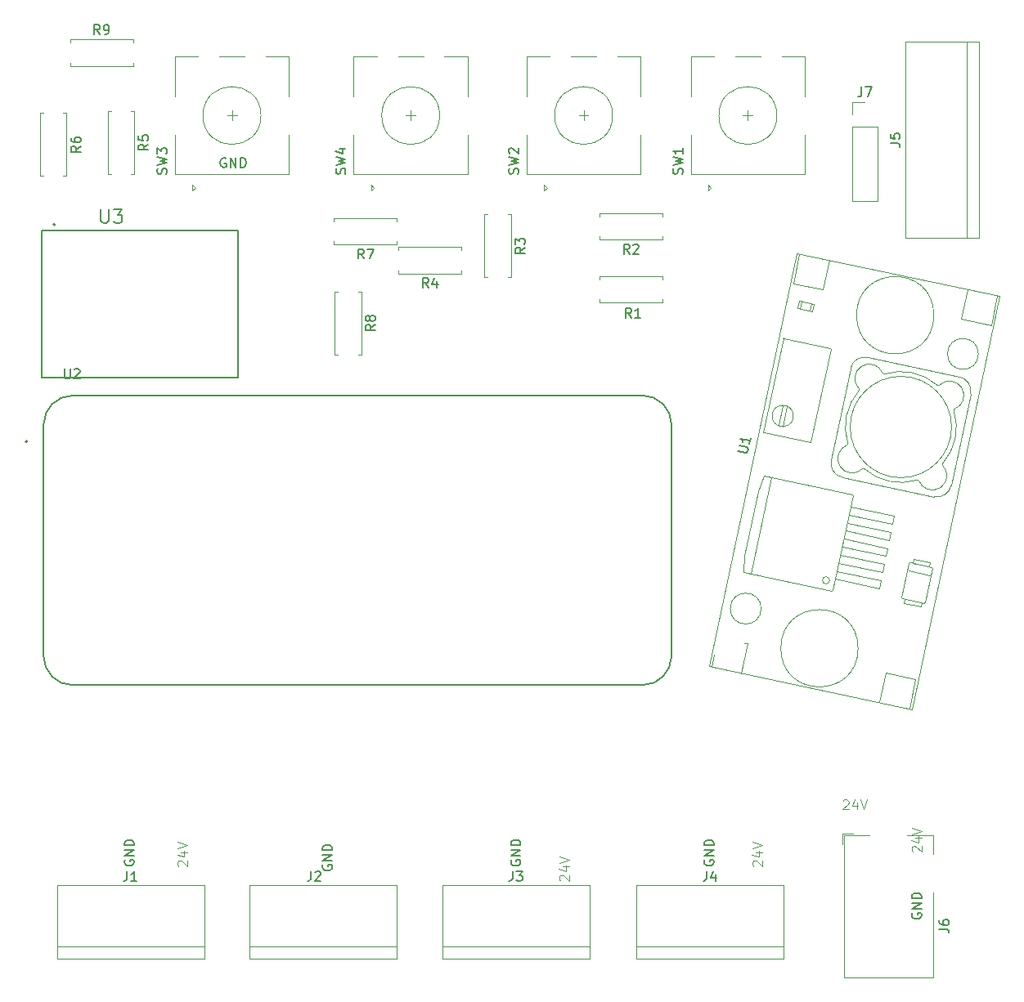
<source format=gbr>
%TF.GenerationSoftware,KiCad,Pcbnew,8.0.5*%
%TF.CreationDate,2025-06-03T16:45:13-04:00*%
%TF.ProjectId,arm,61726d2e-6b69-4636-9164-5f7063625858,rev?*%
%TF.SameCoordinates,Original*%
%TF.FileFunction,Legend,Top*%
%TF.FilePolarity,Positive*%
%FSLAX46Y46*%
G04 Gerber Fmt 4.6, Leading zero omitted, Abs format (unit mm)*
G04 Created by KiCad (PCBNEW 8.0.5) date 2025-06-03 16:45:13*
%MOMM*%
%LPD*%
G01*
G04 APERTURE LIST*
%ADD10C,0.100000*%
%ADD11C,0.150000*%
%ADD12C,0.120000*%
%ADD13C,0.127000*%
%ADD14C,0.200000*%
G04 APERTURE END LIST*
D10*
X204467657Y-118243734D02*
X204420038Y-118196115D01*
X204420038Y-118196115D02*
X204372419Y-118100877D01*
X204372419Y-118100877D02*
X204372419Y-117862782D01*
X204372419Y-117862782D02*
X204420038Y-117767544D01*
X204420038Y-117767544D02*
X204467657Y-117719925D01*
X204467657Y-117719925D02*
X204562895Y-117672306D01*
X204562895Y-117672306D02*
X204658133Y-117672306D01*
X204658133Y-117672306D02*
X204800990Y-117719925D01*
X204800990Y-117719925D02*
X205372419Y-118291353D01*
X205372419Y-118291353D02*
X205372419Y-117672306D01*
X204705752Y-116815163D02*
X205372419Y-116815163D01*
X204324800Y-117053258D02*
X205039085Y-117291353D01*
X205039085Y-117291353D02*
X205039085Y-116672306D01*
X204372419Y-116434210D02*
X205372419Y-116100877D01*
X205372419Y-116100877D02*
X204372419Y-115767544D01*
D11*
X199417438Y-116139411D02*
X199369819Y-116234649D01*
X199369819Y-116234649D02*
X199369819Y-116377506D01*
X199369819Y-116377506D02*
X199417438Y-116520363D01*
X199417438Y-116520363D02*
X199512676Y-116615601D01*
X199512676Y-116615601D02*
X199607914Y-116663220D01*
X199607914Y-116663220D02*
X199798390Y-116710839D01*
X199798390Y-116710839D02*
X199941247Y-116710839D01*
X199941247Y-116710839D02*
X200131723Y-116663220D01*
X200131723Y-116663220D02*
X200226961Y-116615601D01*
X200226961Y-116615601D02*
X200322200Y-116520363D01*
X200322200Y-116520363D02*
X200369819Y-116377506D01*
X200369819Y-116377506D02*
X200369819Y-116282268D01*
X200369819Y-116282268D02*
X200322200Y-116139411D01*
X200322200Y-116139411D02*
X200274580Y-116091792D01*
X200274580Y-116091792D02*
X199941247Y-116091792D01*
X199941247Y-116091792D02*
X199941247Y-116282268D01*
X200369819Y-115663220D02*
X199369819Y-115663220D01*
X199369819Y-115663220D02*
X200369819Y-115091792D01*
X200369819Y-115091792D02*
X199369819Y-115091792D01*
X200369819Y-114615601D02*
X199369819Y-114615601D01*
X199369819Y-114615601D02*
X199369819Y-114377506D01*
X199369819Y-114377506D02*
X199417438Y-114234649D01*
X199417438Y-114234649D02*
X199512676Y-114139411D01*
X199512676Y-114139411D02*
X199607914Y-114091792D01*
X199607914Y-114091792D02*
X199798390Y-114044173D01*
X199798390Y-114044173D02*
X199941247Y-114044173D01*
X199941247Y-114044173D02*
X200131723Y-114091792D01*
X200131723Y-114091792D02*
X200226961Y-114139411D01*
X200226961Y-114139411D02*
X200322200Y-114234649D01*
X200322200Y-114234649D02*
X200369819Y-114377506D01*
X200369819Y-114377506D02*
X200369819Y-114615601D01*
X159417438Y-116139411D02*
X159369819Y-116234649D01*
X159369819Y-116234649D02*
X159369819Y-116377506D01*
X159369819Y-116377506D02*
X159417438Y-116520363D01*
X159417438Y-116520363D02*
X159512676Y-116615601D01*
X159512676Y-116615601D02*
X159607914Y-116663220D01*
X159607914Y-116663220D02*
X159798390Y-116710839D01*
X159798390Y-116710839D02*
X159941247Y-116710839D01*
X159941247Y-116710839D02*
X160131723Y-116663220D01*
X160131723Y-116663220D02*
X160226961Y-116615601D01*
X160226961Y-116615601D02*
X160322200Y-116520363D01*
X160322200Y-116520363D02*
X160369819Y-116377506D01*
X160369819Y-116377506D02*
X160369819Y-116282268D01*
X160369819Y-116282268D02*
X160322200Y-116139411D01*
X160322200Y-116139411D02*
X160274580Y-116091792D01*
X160274580Y-116091792D02*
X159941247Y-116091792D01*
X159941247Y-116091792D02*
X159941247Y-116282268D01*
X160369819Y-115663220D02*
X159369819Y-115663220D01*
X159369819Y-115663220D02*
X160369819Y-115091792D01*
X160369819Y-115091792D02*
X159369819Y-115091792D01*
X160369819Y-114615601D02*
X159369819Y-114615601D01*
X159369819Y-114615601D02*
X159369819Y-114377506D01*
X159369819Y-114377506D02*
X159417438Y-114234649D01*
X159417438Y-114234649D02*
X159512676Y-114139411D01*
X159512676Y-114139411D02*
X159607914Y-114091792D01*
X159607914Y-114091792D02*
X159798390Y-114044173D01*
X159798390Y-114044173D02*
X159941247Y-114044173D01*
X159941247Y-114044173D02*
X160131723Y-114091792D01*
X160131723Y-114091792D02*
X160226961Y-114139411D01*
X160226961Y-114139411D02*
X160322200Y-114234649D01*
X160322200Y-114234649D02*
X160369819Y-114377506D01*
X160369819Y-114377506D02*
X160369819Y-114615601D01*
D10*
X233756265Y-109967657D02*
X233803884Y-109920038D01*
X233803884Y-109920038D02*
X233899122Y-109872419D01*
X233899122Y-109872419D02*
X234137217Y-109872419D01*
X234137217Y-109872419D02*
X234232455Y-109920038D01*
X234232455Y-109920038D02*
X234280074Y-109967657D01*
X234280074Y-109967657D02*
X234327693Y-110062895D01*
X234327693Y-110062895D02*
X234327693Y-110158133D01*
X234327693Y-110158133D02*
X234280074Y-110300990D01*
X234280074Y-110300990D02*
X233708646Y-110872419D01*
X233708646Y-110872419D02*
X234327693Y-110872419D01*
X235184836Y-110205752D02*
X235184836Y-110872419D01*
X234946741Y-109824800D02*
X234708646Y-110539085D01*
X234708646Y-110539085D02*
X235327693Y-110539085D01*
X235565789Y-109872419D02*
X235899122Y-110872419D01*
X235899122Y-110872419D02*
X236232455Y-109872419D01*
D11*
X240917438Y-121639411D02*
X240869819Y-121734649D01*
X240869819Y-121734649D02*
X240869819Y-121877506D01*
X240869819Y-121877506D02*
X240917438Y-122020363D01*
X240917438Y-122020363D02*
X241012676Y-122115601D01*
X241012676Y-122115601D02*
X241107914Y-122163220D01*
X241107914Y-122163220D02*
X241298390Y-122210839D01*
X241298390Y-122210839D02*
X241441247Y-122210839D01*
X241441247Y-122210839D02*
X241631723Y-122163220D01*
X241631723Y-122163220D02*
X241726961Y-122115601D01*
X241726961Y-122115601D02*
X241822200Y-122020363D01*
X241822200Y-122020363D02*
X241869819Y-121877506D01*
X241869819Y-121877506D02*
X241869819Y-121782268D01*
X241869819Y-121782268D02*
X241822200Y-121639411D01*
X241822200Y-121639411D02*
X241774580Y-121591792D01*
X241774580Y-121591792D02*
X241441247Y-121591792D01*
X241441247Y-121591792D02*
X241441247Y-121782268D01*
X241869819Y-121163220D02*
X240869819Y-121163220D01*
X240869819Y-121163220D02*
X241869819Y-120591792D01*
X241869819Y-120591792D02*
X240869819Y-120591792D01*
X241869819Y-120115601D02*
X240869819Y-120115601D01*
X240869819Y-120115601D02*
X240869819Y-119877506D01*
X240869819Y-119877506D02*
X240917438Y-119734649D01*
X240917438Y-119734649D02*
X241012676Y-119639411D01*
X241012676Y-119639411D02*
X241107914Y-119591792D01*
X241107914Y-119591792D02*
X241298390Y-119544173D01*
X241298390Y-119544173D02*
X241441247Y-119544173D01*
X241441247Y-119544173D02*
X241631723Y-119591792D01*
X241631723Y-119591792D02*
X241726961Y-119639411D01*
X241726961Y-119639411D02*
X241822200Y-119734649D01*
X241822200Y-119734649D02*
X241869819Y-119877506D01*
X241869819Y-119877506D02*
X241869819Y-120115601D01*
D10*
X224467657Y-116743734D02*
X224420038Y-116696115D01*
X224420038Y-116696115D02*
X224372419Y-116600877D01*
X224372419Y-116600877D02*
X224372419Y-116362782D01*
X224372419Y-116362782D02*
X224420038Y-116267544D01*
X224420038Y-116267544D02*
X224467657Y-116219925D01*
X224467657Y-116219925D02*
X224562895Y-116172306D01*
X224562895Y-116172306D02*
X224658133Y-116172306D01*
X224658133Y-116172306D02*
X224800990Y-116219925D01*
X224800990Y-116219925D02*
X225372419Y-116791353D01*
X225372419Y-116791353D02*
X225372419Y-116172306D01*
X224705752Y-115315163D02*
X225372419Y-115315163D01*
X224324800Y-115553258D02*
X225039085Y-115791353D01*
X225039085Y-115791353D02*
X225039085Y-115172306D01*
X224372419Y-114934210D02*
X225372419Y-114600877D01*
X225372419Y-114600877D02*
X224372419Y-114267544D01*
D11*
X219417438Y-116139411D02*
X219369819Y-116234649D01*
X219369819Y-116234649D02*
X219369819Y-116377506D01*
X219369819Y-116377506D02*
X219417438Y-116520363D01*
X219417438Y-116520363D02*
X219512676Y-116615601D01*
X219512676Y-116615601D02*
X219607914Y-116663220D01*
X219607914Y-116663220D02*
X219798390Y-116710839D01*
X219798390Y-116710839D02*
X219941247Y-116710839D01*
X219941247Y-116710839D02*
X220131723Y-116663220D01*
X220131723Y-116663220D02*
X220226961Y-116615601D01*
X220226961Y-116615601D02*
X220322200Y-116520363D01*
X220322200Y-116520363D02*
X220369819Y-116377506D01*
X220369819Y-116377506D02*
X220369819Y-116282268D01*
X220369819Y-116282268D02*
X220322200Y-116139411D01*
X220322200Y-116139411D02*
X220274580Y-116091792D01*
X220274580Y-116091792D02*
X219941247Y-116091792D01*
X219941247Y-116091792D02*
X219941247Y-116282268D01*
X220369819Y-115663220D02*
X219369819Y-115663220D01*
X219369819Y-115663220D02*
X220369819Y-115091792D01*
X220369819Y-115091792D02*
X219369819Y-115091792D01*
X220369819Y-114615601D02*
X219369819Y-114615601D01*
X219369819Y-114615601D02*
X219369819Y-114377506D01*
X219369819Y-114377506D02*
X219417438Y-114234649D01*
X219417438Y-114234649D02*
X219512676Y-114139411D01*
X219512676Y-114139411D02*
X219607914Y-114091792D01*
X219607914Y-114091792D02*
X219798390Y-114044173D01*
X219798390Y-114044173D02*
X219941247Y-114044173D01*
X219941247Y-114044173D02*
X220131723Y-114091792D01*
X220131723Y-114091792D02*
X220226961Y-114139411D01*
X220226961Y-114139411D02*
X220322200Y-114234649D01*
X220322200Y-114234649D02*
X220369819Y-114377506D01*
X220369819Y-114377506D02*
X220369819Y-114615601D01*
D10*
X240967657Y-115243734D02*
X240920038Y-115196115D01*
X240920038Y-115196115D02*
X240872419Y-115100877D01*
X240872419Y-115100877D02*
X240872419Y-114862782D01*
X240872419Y-114862782D02*
X240920038Y-114767544D01*
X240920038Y-114767544D02*
X240967657Y-114719925D01*
X240967657Y-114719925D02*
X241062895Y-114672306D01*
X241062895Y-114672306D02*
X241158133Y-114672306D01*
X241158133Y-114672306D02*
X241300990Y-114719925D01*
X241300990Y-114719925D02*
X241872419Y-115291353D01*
X241872419Y-115291353D02*
X241872419Y-114672306D01*
X241205752Y-113815163D02*
X241872419Y-113815163D01*
X240824800Y-114053258D02*
X241539085Y-114291353D01*
X241539085Y-114291353D02*
X241539085Y-113672306D01*
X240872419Y-113434210D02*
X241872419Y-113100877D01*
X241872419Y-113100877D02*
X240872419Y-112767544D01*
D11*
X169860588Y-43417438D02*
X169765350Y-43369819D01*
X169765350Y-43369819D02*
X169622493Y-43369819D01*
X169622493Y-43369819D02*
X169479636Y-43417438D01*
X169479636Y-43417438D02*
X169384398Y-43512676D01*
X169384398Y-43512676D02*
X169336779Y-43607914D01*
X169336779Y-43607914D02*
X169289160Y-43798390D01*
X169289160Y-43798390D02*
X169289160Y-43941247D01*
X169289160Y-43941247D02*
X169336779Y-44131723D01*
X169336779Y-44131723D02*
X169384398Y-44226961D01*
X169384398Y-44226961D02*
X169479636Y-44322200D01*
X169479636Y-44322200D02*
X169622493Y-44369819D01*
X169622493Y-44369819D02*
X169717731Y-44369819D01*
X169717731Y-44369819D02*
X169860588Y-44322200D01*
X169860588Y-44322200D02*
X169908207Y-44274580D01*
X169908207Y-44274580D02*
X169908207Y-43941247D01*
X169908207Y-43941247D02*
X169717731Y-43941247D01*
X170336779Y-44369819D02*
X170336779Y-43369819D01*
X170336779Y-43369819D02*
X170908207Y-44369819D01*
X170908207Y-44369819D02*
X170908207Y-43369819D01*
X171384398Y-44369819D02*
X171384398Y-43369819D01*
X171384398Y-43369819D02*
X171622493Y-43369819D01*
X171622493Y-43369819D02*
X171765350Y-43417438D01*
X171765350Y-43417438D02*
X171860588Y-43512676D01*
X171860588Y-43512676D02*
X171908207Y-43607914D01*
X171908207Y-43607914D02*
X171955826Y-43798390D01*
X171955826Y-43798390D02*
X171955826Y-43941247D01*
X171955826Y-43941247D02*
X171908207Y-44131723D01*
X171908207Y-44131723D02*
X171860588Y-44226961D01*
X171860588Y-44226961D02*
X171765350Y-44322200D01*
X171765350Y-44322200D02*
X171622493Y-44369819D01*
X171622493Y-44369819D02*
X171384398Y-44369819D01*
X179917438Y-116639411D02*
X179869819Y-116734649D01*
X179869819Y-116734649D02*
X179869819Y-116877506D01*
X179869819Y-116877506D02*
X179917438Y-117020363D01*
X179917438Y-117020363D02*
X180012676Y-117115601D01*
X180012676Y-117115601D02*
X180107914Y-117163220D01*
X180107914Y-117163220D02*
X180298390Y-117210839D01*
X180298390Y-117210839D02*
X180441247Y-117210839D01*
X180441247Y-117210839D02*
X180631723Y-117163220D01*
X180631723Y-117163220D02*
X180726961Y-117115601D01*
X180726961Y-117115601D02*
X180822200Y-117020363D01*
X180822200Y-117020363D02*
X180869819Y-116877506D01*
X180869819Y-116877506D02*
X180869819Y-116782268D01*
X180869819Y-116782268D02*
X180822200Y-116639411D01*
X180822200Y-116639411D02*
X180774580Y-116591792D01*
X180774580Y-116591792D02*
X180441247Y-116591792D01*
X180441247Y-116591792D02*
X180441247Y-116782268D01*
X180869819Y-116163220D02*
X179869819Y-116163220D01*
X179869819Y-116163220D02*
X180869819Y-115591792D01*
X180869819Y-115591792D02*
X179869819Y-115591792D01*
X180869819Y-115115601D02*
X179869819Y-115115601D01*
X179869819Y-115115601D02*
X179869819Y-114877506D01*
X179869819Y-114877506D02*
X179917438Y-114734649D01*
X179917438Y-114734649D02*
X180012676Y-114639411D01*
X180012676Y-114639411D02*
X180107914Y-114591792D01*
X180107914Y-114591792D02*
X180298390Y-114544173D01*
X180298390Y-114544173D02*
X180441247Y-114544173D01*
X180441247Y-114544173D02*
X180631723Y-114591792D01*
X180631723Y-114591792D02*
X180726961Y-114639411D01*
X180726961Y-114639411D02*
X180822200Y-114734649D01*
X180822200Y-114734649D02*
X180869819Y-114877506D01*
X180869819Y-114877506D02*
X180869819Y-115115601D01*
D10*
X164967657Y-116743734D02*
X164920038Y-116696115D01*
X164920038Y-116696115D02*
X164872419Y-116600877D01*
X164872419Y-116600877D02*
X164872419Y-116362782D01*
X164872419Y-116362782D02*
X164920038Y-116267544D01*
X164920038Y-116267544D02*
X164967657Y-116219925D01*
X164967657Y-116219925D02*
X165062895Y-116172306D01*
X165062895Y-116172306D02*
X165158133Y-116172306D01*
X165158133Y-116172306D02*
X165300990Y-116219925D01*
X165300990Y-116219925D02*
X165872419Y-116791353D01*
X165872419Y-116791353D02*
X165872419Y-116172306D01*
X165205752Y-115315163D02*
X165872419Y-115315163D01*
X164824800Y-115553258D02*
X165539085Y-115791353D01*
X165539085Y-115791353D02*
X165539085Y-115172306D01*
X164872419Y-114934210D02*
X165872419Y-114600877D01*
X165872419Y-114600877D02*
X164872419Y-114267544D01*
D11*
X219636666Y-117304819D02*
X219636666Y-118019104D01*
X219636666Y-118019104D02*
X219589047Y-118161961D01*
X219589047Y-118161961D02*
X219493809Y-118257200D01*
X219493809Y-118257200D02*
X219350952Y-118304819D01*
X219350952Y-118304819D02*
X219255714Y-118304819D01*
X220541428Y-117638152D02*
X220541428Y-118304819D01*
X220303333Y-117257200D02*
X220065238Y-117971485D01*
X220065238Y-117971485D02*
X220684285Y-117971485D01*
X243704819Y-123283333D02*
X244419104Y-123283333D01*
X244419104Y-123283333D02*
X244561961Y-123330952D01*
X244561961Y-123330952D02*
X244657200Y-123426190D01*
X244657200Y-123426190D02*
X244704819Y-123569047D01*
X244704819Y-123569047D02*
X244704819Y-123664285D01*
X243704819Y-122378571D02*
X243704819Y-122569047D01*
X243704819Y-122569047D02*
X243752438Y-122664285D01*
X243752438Y-122664285D02*
X243800057Y-122711904D01*
X243800057Y-122711904D02*
X243942914Y-122807142D01*
X243942914Y-122807142D02*
X244133390Y-122854761D01*
X244133390Y-122854761D02*
X244514342Y-122854761D01*
X244514342Y-122854761D02*
X244609580Y-122807142D01*
X244609580Y-122807142D02*
X244657200Y-122759523D01*
X244657200Y-122759523D02*
X244704819Y-122664285D01*
X244704819Y-122664285D02*
X244704819Y-122473809D01*
X244704819Y-122473809D02*
X244657200Y-122378571D01*
X244657200Y-122378571D02*
X244609580Y-122330952D01*
X244609580Y-122330952D02*
X244514342Y-122283333D01*
X244514342Y-122283333D02*
X244276247Y-122283333D01*
X244276247Y-122283333D02*
X244181009Y-122330952D01*
X244181009Y-122330952D02*
X244133390Y-122378571D01*
X244133390Y-122378571D02*
X244085771Y-122473809D01*
X244085771Y-122473809D02*
X244085771Y-122664285D01*
X244085771Y-122664285D02*
X244133390Y-122759523D01*
X244133390Y-122759523D02*
X244181009Y-122807142D01*
X244181009Y-122807142D02*
X244276247Y-122854761D01*
X161824819Y-41976666D02*
X161348628Y-42309999D01*
X161824819Y-42548094D02*
X160824819Y-42548094D01*
X160824819Y-42548094D02*
X160824819Y-42167142D01*
X160824819Y-42167142D02*
X160872438Y-42071904D01*
X160872438Y-42071904D02*
X160920057Y-42024285D01*
X160920057Y-42024285D02*
X161015295Y-41976666D01*
X161015295Y-41976666D02*
X161158152Y-41976666D01*
X161158152Y-41976666D02*
X161253390Y-42024285D01*
X161253390Y-42024285D02*
X161301009Y-42071904D01*
X161301009Y-42071904D02*
X161348628Y-42167142D01*
X161348628Y-42167142D02*
X161348628Y-42548094D01*
X160824819Y-41071904D02*
X160824819Y-41548094D01*
X160824819Y-41548094D02*
X161301009Y-41595713D01*
X161301009Y-41595713D02*
X161253390Y-41548094D01*
X161253390Y-41548094D02*
X161205771Y-41452856D01*
X161205771Y-41452856D02*
X161205771Y-41214761D01*
X161205771Y-41214761D02*
X161253390Y-41119523D01*
X161253390Y-41119523D02*
X161301009Y-41071904D01*
X161301009Y-41071904D02*
X161396247Y-41024285D01*
X161396247Y-41024285D02*
X161634342Y-41024285D01*
X161634342Y-41024285D02*
X161729580Y-41071904D01*
X161729580Y-41071904D02*
X161777200Y-41119523D01*
X161777200Y-41119523D02*
X161824819Y-41214761D01*
X161824819Y-41214761D02*
X161824819Y-41452856D01*
X161824819Y-41452856D02*
X161777200Y-41548094D01*
X161777200Y-41548094D02*
X161729580Y-41595713D01*
X184143333Y-53824819D02*
X183810000Y-53348628D01*
X183571905Y-53824819D02*
X183571905Y-52824819D01*
X183571905Y-52824819D02*
X183952857Y-52824819D01*
X183952857Y-52824819D02*
X184048095Y-52872438D01*
X184048095Y-52872438D02*
X184095714Y-52920057D01*
X184095714Y-52920057D02*
X184143333Y-53015295D01*
X184143333Y-53015295D02*
X184143333Y-53158152D01*
X184143333Y-53158152D02*
X184095714Y-53253390D01*
X184095714Y-53253390D02*
X184048095Y-53301009D01*
X184048095Y-53301009D02*
X183952857Y-53348628D01*
X183952857Y-53348628D02*
X183571905Y-53348628D01*
X184476667Y-52824819D02*
X185143333Y-52824819D01*
X185143333Y-52824819D02*
X184714762Y-53824819D01*
X199556666Y-117304819D02*
X199556666Y-118019104D01*
X199556666Y-118019104D02*
X199509047Y-118161961D01*
X199509047Y-118161961D02*
X199413809Y-118257200D01*
X199413809Y-118257200D02*
X199270952Y-118304819D01*
X199270952Y-118304819D02*
X199175714Y-118304819D01*
X199937619Y-117304819D02*
X200556666Y-117304819D01*
X200556666Y-117304819D02*
X200223333Y-117685771D01*
X200223333Y-117685771D02*
X200366190Y-117685771D01*
X200366190Y-117685771D02*
X200461428Y-117733390D01*
X200461428Y-117733390D02*
X200509047Y-117781009D01*
X200509047Y-117781009D02*
X200556666Y-117876247D01*
X200556666Y-117876247D02*
X200556666Y-118114342D01*
X200556666Y-118114342D02*
X200509047Y-118209580D01*
X200509047Y-118209580D02*
X200461428Y-118257200D01*
X200461428Y-118257200D02*
X200366190Y-118304819D01*
X200366190Y-118304819D02*
X200080476Y-118304819D01*
X200080476Y-118304819D02*
X199985238Y-118257200D01*
X199985238Y-118257200D02*
X199937619Y-118209580D01*
X222873089Y-73753593D02*
X223664923Y-73921903D01*
X223664923Y-73921903D02*
X223767980Y-73895125D01*
X223767980Y-73895125D02*
X223824459Y-73858448D01*
X223824459Y-73858448D02*
X223890839Y-73775191D01*
X223890839Y-73775191D02*
X223930441Y-73588877D01*
X223930441Y-73588877D02*
X223903664Y-73485820D01*
X223903664Y-73485820D02*
X223866986Y-73429341D01*
X223866986Y-73429341D02*
X223783730Y-73362961D01*
X223783730Y-73362961D02*
X222991896Y-73194652D01*
X224177955Y-72424416D02*
X224059148Y-72983357D01*
X224118552Y-72703887D02*
X223140404Y-72495975D01*
X223140404Y-72495975D02*
X223260338Y-72618834D01*
X223260338Y-72618834D02*
X223333694Y-72731792D01*
X223333694Y-72731792D02*
X223360472Y-72834849D01*
X154824819Y-42166666D02*
X154348628Y-42499999D01*
X154824819Y-42738094D02*
X153824819Y-42738094D01*
X153824819Y-42738094D02*
X153824819Y-42357142D01*
X153824819Y-42357142D02*
X153872438Y-42261904D01*
X153872438Y-42261904D02*
X153920057Y-42214285D01*
X153920057Y-42214285D02*
X154015295Y-42166666D01*
X154015295Y-42166666D02*
X154158152Y-42166666D01*
X154158152Y-42166666D02*
X154253390Y-42214285D01*
X154253390Y-42214285D02*
X154301009Y-42261904D01*
X154301009Y-42261904D02*
X154348628Y-42357142D01*
X154348628Y-42357142D02*
X154348628Y-42738094D01*
X153824819Y-41309523D02*
X153824819Y-41499999D01*
X153824819Y-41499999D02*
X153872438Y-41595237D01*
X153872438Y-41595237D02*
X153920057Y-41642856D01*
X153920057Y-41642856D02*
X154062914Y-41738094D01*
X154062914Y-41738094D02*
X154253390Y-41785713D01*
X154253390Y-41785713D02*
X154634342Y-41785713D01*
X154634342Y-41785713D02*
X154729580Y-41738094D01*
X154729580Y-41738094D02*
X154777200Y-41690475D01*
X154777200Y-41690475D02*
X154824819Y-41595237D01*
X154824819Y-41595237D02*
X154824819Y-41404761D01*
X154824819Y-41404761D02*
X154777200Y-41309523D01*
X154777200Y-41309523D02*
X154729580Y-41261904D01*
X154729580Y-41261904D02*
X154634342Y-41214285D01*
X154634342Y-41214285D02*
X154396247Y-41214285D01*
X154396247Y-41214285D02*
X154301009Y-41261904D01*
X154301009Y-41261904D02*
X154253390Y-41309523D01*
X154253390Y-41309523D02*
X154205771Y-41404761D01*
X154205771Y-41404761D02*
X154205771Y-41595237D01*
X154205771Y-41595237D02*
X154253390Y-41690475D01*
X154253390Y-41690475D02*
X154301009Y-41738094D01*
X154301009Y-41738094D02*
X154396247Y-41785713D01*
X190833333Y-56824819D02*
X190500000Y-56348628D01*
X190261905Y-56824819D02*
X190261905Y-55824819D01*
X190261905Y-55824819D02*
X190642857Y-55824819D01*
X190642857Y-55824819D02*
X190738095Y-55872438D01*
X190738095Y-55872438D02*
X190785714Y-55920057D01*
X190785714Y-55920057D02*
X190833333Y-56015295D01*
X190833333Y-56015295D02*
X190833333Y-56158152D01*
X190833333Y-56158152D02*
X190785714Y-56253390D01*
X190785714Y-56253390D02*
X190738095Y-56301009D01*
X190738095Y-56301009D02*
X190642857Y-56348628D01*
X190642857Y-56348628D02*
X190261905Y-56348628D01*
X191690476Y-56158152D02*
X191690476Y-56824819D01*
X191452381Y-55777200D02*
X191214286Y-56491485D01*
X191214286Y-56491485D02*
X191833333Y-56491485D01*
X153167655Y-65237605D02*
X153167655Y-66048658D01*
X153167655Y-66048658D02*
X153215364Y-66144076D01*
X153215364Y-66144076D02*
X153263073Y-66191786D01*
X153263073Y-66191786D02*
X153358491Y-66239495D01*
X153358491Y-66239495D02*
X153549327Y-66239495D01*
X153549327Y-66239495D02*
X153644745Y-66191786D01*
X153644745Y-66191786D02*
X153692454Y-66144076D01*
X153692454Y-66144076D02*
X153740163Y-66048658D01*
X153740163Y-66048658D02*
X153740163Y-65237605D01*
X154169545Y-65333023D02*
X154217254Y-65285314D01*
X154217254Y-65285314D02*
X154312672Y-65237605D01*
X154312672Y-65237605D02*
X154551217Y-65237605D01*
X154551217Y-65237605D02*
X154646635Y-65285314D01*
X154646635Y-65285314D02*
X154694344Y-65333023D01*
X154694344Y-65333023D02*
X154742053Y-65428441D01*
X154742053Y-65428441D02*
X154742053Y-65523859D01*
X154742053Y-65523859D02*
X154694344Y-65666986D01*
X154694344Y-65666986D02*
X154121836Y-66239495D01*
X154121836Y-66239495D02*
X154742053Y-66239495D01*
X182207200Y-45033332D02*
X182254819Y-44890475D01*
X182254819Y-44890475D02*
X182254819Y-44652380D01*
X182254819Y-44652380D02*
X182207200Y-44557142D01*
X182207200Y-44557142D02*
X182159580Y-44509523D01*
X182159580Y-44509523D02*
X182064342Y-44461904D01*
X182064342Y-44461904D02*
X181969104Y-44461904D01*
X181969104Y-44461904D02*
X181873866Y-44509523D01*
X181873866Y-44509523D02*
X181826247Y-44557142D01*
X181826247Y-44557142D02*
X181778628Y-44652380D01*
X181778628Y-44652380D02*
X181731009Y-44842856D01*
X181731009Y-44842856D02*
X181683390Y-44938094D01*
X181683390Y-44938094D02*
X181635771Y-44985713D01*
X181635771Y-44985713D02*
X181540533Y-45033332D01*
X181540533Y-45033332D02*
X181445295Y-45033332D01*
X181445295Y-45033332D02*
X181350057Y-44985713D01*
X181350057Y-44985713D02*
X181302438Y-44938094D01*
X181302438Y-44938094D02*
X181254819Y-44842856D01*
X181254819Y-44842856D02*
X181254819Y-44604761D01*
X181254819Y-44604761D02*
X181302438Y-44461904D01*
X181254819Y-44128570D02*
X182254819Y-43890475D01*
X182254819Y-43890475D02*
X181540533Y-43699999D01*
X181540533Y-43699999D02*
X182254819Y-43509523D01*
X182254819Y-43509523D02*
X181254819Y-43271428D01*
X181588152Y-42461904D02*
X182254819Y-42461904D01*
X181207200Y-42699999D02*
X181921485Y-42938094D01*
X181921485Y-42938094D02*
X181921485Y-42319047D01*
X217107200Y-45033332D02*
X217154819Y-44890475D01*
X217154819Y-44890475D02*
X217154819Y-44652380D01*
X217154819Y-44652380D02*
X217107200Y-44557142D01*
X217107200Y-44557142D02*
X217059580Y-44509523D01*
X217059580Y-44509523D02*
X216964342Y-44461904D01*
X216964342Y-44461904D02*
X216869104Y-44461904D01*
X216869104Y-44461904D02*
X216773866Y-44509523D01*
X216773866Y-44509523D02*
X216726247Y-44557142D01*
X216726247Y-44557142D02*
X216678628Y-44652380D01*
X216678628Y-44652380D02*
X216631009Y-44842856D01*
X216631009Y-44842856D02*
X216583390Y-44938094D01*
X216583390Y-44938094D02*
X216535771Y-44985713D01*
X216535771Y-44985713D02*
X216440533Y-45033332D01*
X216440533Y-45033332D02*
X216345295Y-45033332D01*
X216345295Y-45033332D02*
X216250057Y-44985713D01*
X216250057Y-44985713D02*
X216202438Y-44938094D01*
X216202438Y-44938094D02*
X216154819Y-44842856D01*
X216154819Y-44842856D02*
X216154819Y-44604761D01*
X216154819Y-44604761D02*
X216202438Y-44461904D01*
X216154819Y-44128570D02*
X217154819Y-43890475D01*
X217154819Y-43890475D02*
X216440533Y-43699999D01*
X216440533Y-43699999D02*
X217154819Y-43509523D01*
X217154819Y-43509523D02*
X216154819Y-43271428D01*
X217154819Y-42366666D02*
X217154819Y-42938094D01*
X217154819Y-42652380D02*
X216154819Y-42652380D01*
X216154819Y-42652380D02*
X216297676Y-42747618D01*
X216297676Y-42747618D02*
X216392914Y-42842856D01*
X216392914Y-42842856D02*
X216440533Y-42938094D01*
X235666666Y-36044819D02*
X235666666Y-36759104D01*
X235666666Y-36759104D02*
X235619047Y-36901961D01*
X235619047Y-36901961D02*
X235523809Y-36997200D01*
X235523809Y-36997200D02*
X235380952Y-37044819D01*
X235380952Y-37044819D02*
X235285714Y-37044819D01*
X236047619Y-36044819D02*
X236714285Y-36044819D01*
X236714285Y-36044819D02*
X236285714Y-37044819D01*
X211833333Y-59954819D02*
X211500000Y-59478628D01*
X211261905Y-59954819D02*
X211261905Y-58954819D01*
X211261905Y-58954819D02*
X211642857Y-58954819D01*
X211642857Y-58954819D02*
X211738095Y-59002438D01*
X211738095Y-59002438D02*
X211785714Y-59050057D01*
X211785714Y-59050057D02*
X211833333Y-59145295D01*
X211833333Y-59145295D02*
X211833333Y-59288152D01*
X211833333Y-59288152D02*
X211785714Y-59383390D01*
X211785714Y-59383390D02*
X211738095Y-59431009D01*
X211738095Y-59431009D02*
X211642857Y-59478628D01*
X211642857Y-59478628D02*
X211261905Y-59478628D01*
X212785714Y-59954819D02*
X212214286Y-59954819D01*
X212500000Y-59954819D02*
X212500000Y-58954819D01*
X212500000Y-58954819D02*
X212404762Y-59097676D01*
X212404762Y-59097676D02*
X212309524Y-59192914D01*
X212309524Y-59192914D02*
X212214286Y-59240533D01*
X238654819Y-41853333D02*
X239369104Y-41853333D01*
X239369104Y-41853333D02*
X239511961Y-41900952D01*
X239511961Y-41900952D02*
X239607200Y-41996190D01*
X239607200Y-41996190D02*
X239654819Y-42139047D01*
X239654819Y-42139047D02*
X239654819Y-42234285D01*
X238654819Y-40900952D02*
X238654819Y-41377142D01*
X238654819Y-41377142D02*
X239131009Y-41424761D01*
X239131009Y-41424761D02*
X239083390Y-41377142D01*
X239083390Y-41377142D02*
X239035771Y-41281904D01*
X239035771Y-41281904D02*
X239035771Y-41043809D01*
X239035771Y-41043809D02*
X239083390Y-40948571D01*
X239083390Y-40948571D02*
X239131009Y-40900952D01*
X239131009Y-40900952D02*
X239226247Y-40853333D01*
X239226247Y-40853333D02*
X239464342Y-40853333D01*
X239464342Y-40853333D02*
X239559580Y-40900952D01*
X239559580Y-40900952D02*
X239607200Y-40948571D01*
X239607200Y-40948571D02*
X239654819Y-41043809D01*
X239654819Y-41043809D02*
X239654819Y-41281904D01*
X239654819Y-41281904D02*
X239607200Y-41377142D01*
X239607200Y-41377142D02*
X239559580Y-41424761D01*
X163707200Y-45033332D02*
X163754819Y-44890475D01*
X163754819Y-44890475D02*
X163754819Y-44652380D01*
X163754819Y-44652380D02*
X163707200Y-44557142D01*
X163707200Y-44557142D02*
X163659580Y-44509523D01*
X163659580Y-44509523D02*
X163564342Y-44461904D01*
X163564342Y-44461904D02*
X163469104Y-44461904D01*
X163469104Y-44461904D02*
X163373866Y-44509523D01*
X163373866Y-44509523D02*
X163326247Y-44557142D01*
X163326247Y-44557142D02*
X163278628Y-44652380D01*
X163278628Y-44652380D02*
X163231009Y-44842856D01*
X163231009Y-44842856D02*
X163183390Y-44938094D01*
X163183390Y-44938094D02*
X163135771Y-44985713D01*
X163135771Y-44985713D02*
X163040533Y-45033332D01*
X163040533Y-45033332D02*
X162945295Y-45033332D01*
X162945295Y-45033332D02*
X162850057Y-44985713D01*
X162850057Y-44985713D02*
X162802438Y-44938094D01*
X162802438Y-44938094D02*
X162754819Y-44842856D01*
X162754819Y-44842856D02*
X162754819Y-44604761D01*
X162754819Y-44604761D02*
X162802438Y-44461904D01*
X162754819Y-44128570D02*
X163754819Y-43890475D01*
X163754819Y-43890475D02*
X163040533Y-43699999D01*
X163040533Y-43699999D02*
X163754819Y-43509523D01*
X163754819Y-43509523D02*
X162754819Y-43271428D01*
X162754819Y-42985713D02*
X162754819Y-42366666D01*
X162754819Y-42366666D02*
X163135771Y-42699999D01*
X163135771Y-42699999D02*
X163135771Y-42557142D01*
X163135771Y-42557142D02*
X163183390Y-42461904D01*
X163183390Y-42461904D02*
X163231009Y-42414285D01*
X163231009Y-42414285D02*
X163326247Y-42366666D01*
X163326247Y-42366666D02*
X163564342Y-42366666D01*
X163564342Y-42366666D02*
X163659580Y-42414285D01*
X163659580Y-42414285D02*
X163707200Y-42461904D01*
X163707200Y-42461904D02*
X163754819Y-42557142D01*
X163754819Y-42557142D02*
X163754819Y-42842856D01*
X163754819Y-42842856D02*
X163707200Y-42938094D01*
X163707200Y-42938094D02*
X163659580Y-42985713D01*
X156833333Y-30584819D02*
X156500000Y-30108628D01*
X156261905Y-30584819D02*
X156261905Y-29584819D01*
X156261905Y-29584819D02*
X156642857Y-29584819D01*
X156642857Y-29584819D02*
X156738095Y-29632438D01*
X156738095Y-29632438D02*
X156785714Y-29680057D01*
X156785714Y-29680057D02*
X156833333Y-29775295D01*
X156833333Y-29775295D02*
X156833333Y-29918152D01*
X156833333Y-29918152D02*
X156785714Y-30013390D01*
X156785714Y-30013390D02*
X156738095Y-30061009D01*
X156738095Y-30061009D02*
X156642857Y-30108628D01*
X156642857Y-30108628D02*
X156261905Y-30108628D01*
X157309524Y-30584819D02*
X157500000Y-30584819D01*
X157500000Y-30584819D02*
X157595238Y-30537200D01*
X157595238Y-30537200D02*
X157642857Y-30489580D01*
X157642857Y-30489580D02*
X157738095Y-30346723D01*
X157738095Y-30346723D02*
X157785714Y-30156247D01*
X157785714Y-30156247D02*
X157785714Y-29775295D01*
X157785714Y-29775295D02*
X157738095Y-29680057D01*
X157738095Y-29680057D02*
X157690476Y-29632438D01*
X157690476Y-29632438D02*
X157595238Y-29584819D01*
X157595238Y-29584819D02*
X157404762Y-29584819D01*
X157404762Y-29584819D02*
X157309524Y-29632438D01*
X157309524Y-29632438D02*
X157261905Y-29680057D01*
X157261905Y-29680057D02*
X157214286Y-29775295D01*
X157214286Y-29775295D02*
X157214286Y-30013390D01*
X157214286Y-30013390D02*
X157261905Y-30108628D01*
X157261905Y-30108628D02*
X157309524Y-30156247D01*
X157309524Y-30156247D02*
X157404762Y-30203866D01*
X157404762Y-30203866D02*
X157595238Y-30203866D01*
X157595238Y-30203866D02*
X157690476Y-30156247D01*
X157690476Y-30156247D02*
X157738095Y-30108628D01*
X157738095Y-30108628D02*
X157785714Y-30013390D01*
X185324819Y-60666666D02*
X184848628Y-60999999D01*
X185324819Y-61238094D02*
X184324819Y-61238094D01*
X184324819Y-61238094D02*
X184324819Y-60857142D01*
X184324819Y-60857142D02*
X184372438Y-60761904D01*
X184372438Y-60761904D02*
X184420057Y-60714285D01*
X184420057Y-60714285D02*
X184515295Y-60666666D01*
X184515295Y-60666666D02*
X184658152Y-60666666D01*
X184658152Y-60666666D02*
X184753390Y-60714285D01*
X184753390Y-60714285D02*
X184801009Y-60761904D01*
X184801009Y-60761904D02*
X184848628Y-60857142D01*
X184848628Y-60857142D02*
X184848628Y-61238094D01*
X184753390Y-60095237D02*
X184705771Y-60190475D01*
X184705771Y-60190475D02*
X184658152Y-60238094D01*
X184658152Y-60238094D02*
X184562914Y-60285713D01*
X184562914Y-60285713D02*
X184515295Y-60285713D01*
X184515295Y-60285713D02*
X184420057Y-60238094D01*
X184420057Y-60238094D02*
X184372438Y-60190475D01*
X184372438Y-60190475D02*
X184324819Y-60095237D01*
X184324819Y-60095237D02*
X184324819Y-59904761D01*
X184324819Y-59904761D02*
X184372438Y-59809523D01*
X184372438Y-59809523D02*
X184420057Y-59761904D01*
X184420057Y-59761904D02*
X184515295Y-59714285D01*
X184515295Y-59714285D02*
X184562914Y-59714285D01*
X184562914Y-59714285D02*
X184658152Y-59761904D01*
X184658152Y-59761904D02*
X184705771Y-59809523D01*
X184705771Y-59809523D02*
X184753390Y-59904761D01*
X184753390Y-59904761D02*
X184753390Y-60095237D01*
X184753390Y-60095237D02*
X184801009Y-60190475D01*
X184801009Y-60190475D02*
X184848628Y-60238094D01*
X184848628Y-60238094D02*
X184943866Y-60285713D01*
X184943866Y-60285713D02*
X185134342Y-60285713D01*
X185134342Y-60285713D02*
X185229580Y-60238094D01*
X185229580Y-60238094D02*
X185277200Y-60190475D01*
X185277200Y-60190475D02*
X185324819Y-60095237D01*
X185324819Y-60095237D02*
X185324819Y-59904761D01*
X185324819Y-59904761D02*
X185277200Y-59809523D01*
X185277200Y-59809523D02*
X185229580Y-59761904D01*
X185229580Y-59761904D02*
X185134342Y-59714285D01*
X185134342Y-59714285D02*
X184943866Y-59714285D01*
X184943866Y-59714285D02*
X184848628Y-59761904D01*
X184848628Y-59761904D02*
X184801009Y-59809523D01*
X184801009Y-59809523D02*
X184753390Y-59904761D01*
X200824819Y-52666666D02*
X200348628Y-52999999D01*
X200824819Y-53238094D02*
X199824819Y-53238094D01*
X199824819Y-53238094D02*
X199824819Y-52857142D01*
X199824819Y-52857142D02*
X199872438Y-52761904D01*
X199872438Y-52761904D02*
X199920057Y-52714285D01*
X199920057Y-52714285D02*
X200015295Y-52666666D01*
X200015295Y-52666666D02*
X200158152Y-52666666D01*
X200158152Y-52666666D02*
X200253390Y-52714285D01*
X200253390Y-52714285D02*
X200301009Y-52761904D01*
X200301009Y-52761904D02*
X200348628Y-52857142D01*
X200348628Y-52857142D02*
X200348628Y-53238094D01*
X199824819Y-52333332D02*
X199824819Y-51714285D01*
X199824819Y-51714285D02*
X200205771Y-52047618D01*
X200205771Y-52047618D02*
X200205771Y-51904761D01*
X200205771Y-51904761D02*
X200253390Y-51809523D01*
X200253390Y-51809523D02*
X200301009Y-51761904D01*
X200301009Y-51761904D02*
X200396247Y-51714285D01*
X200396247Y-51714285D02*
X200634342Y-51714285D01*
X200634342Y-51714285D02*
X200729580Y-51761904D01*
X200729580Y-51761904D02*
X200777200Y-51809523D01*
X200777200Y-51809523D02*
X200824819Y-51904761D01*
X200824819Y-51904761D02*
X200824819Y-52190475D01*
X200824819Y-52190475D02*
X200777200Y-52285713D01*
X200777200Y-52285713D02*
X200729580Y-52333332D01*
X156933333Y-48739866D02*
X156933333Y-49873200D01*
X156933333Y-49873200D02*
X157000000Y-50006533D01*
X157000000Y-50006533D02*
X157066666Y-50073200D01*
X157066666Y-50073200D02*
X157200000Y-50139866D01*
X157200000Y-50139866D02*
X157466666Y-50139866D01*
X157466666Y-50139866D02*
X157600000Y-50073200D01*
X157600000Y-50073200D02*
X157666666Y-50006533D01*
X157666666Y-50006533D02*
X157733333Y-49873200D01*
X157733333Y-49873200D02*
X157733333Y-48739866D01*
X158266667Y-48739866D02*
X159133333Y-48739866D01*
X159133333Y-48739866D02*
X158666667Y-49273200D01*
X158666667Y-49273200D02*
X158866667Y-49273200D01*
X158866667Y-49273200D02*
X159000000Y-49339866D01*
X159000000Y-49339866D02*
X159066667Y-49406533D01*
X159066667Y-49406533D02*
X159133333Y-49539866D01*
X159133333Y-49539866D02*
X159133333Y-49873200D01*
X159133333Y-49873200D02*
X159066667Y-50006533D01*
X159066667Y-50006533D02*
X159000000Y-50073200D01*
X159000000Y-50073200D02*
X158866667Y-50139866D01*
X158866667Y-50139866D02*
X158466667Y-50139866D01*
X158466667Y-50139866D02*
X158333333Y-50073200D01*
X158333333Y-50073200D02*
X158266667Y-50006533D01*
X200107200Y-45033332D02*
X200154819Y-44890475D01*
X200154819Y-44890475D02*
X200154819Y-44652380D01*
X200154819Y-44652380D02*
X200107200Y-44557142D01*
X200107200Y-44557142D02*
X200059580Y-44509523D01*
X200059580Y-44509523D02*
X199964342Y-44461904D01*
X199964342Y-44461904D02*
X199869104Y-44461904D01*
X199869104Y-44461904D02*
X199773866Y-44509523D01*
X199773866Y-44509523D02*
X199726247Y-44557142D01*
X199726247Y-44557142D02*
X199678628Y-44652380D01*
X199678628Y-44652380D02*
X199631009Y-44842856D01*
X199631009Y-44842856D02*
X199583390Y-44938094D01*
X199583390Y-44938094D02*
X199535771Y-44985713D01*
X199535771Y-44985713D02*
X199440533Y-45033332D01*
X199440533Y-45033332D02*
X199345295Y-45033332D01*
X199345295Y-45033332D02*
X199250057Y-44985713D01*
X199250057Y-44985713D02*
X199202438Y-44938094D01*
X199202438Y-44938094D02*
X199154819Y-44842856D01*
X199154819Y-44842856D02*
X199154819Y-44604761D01*
X199154819Y-44604761D02*
X199202438Y-44461904D01*
X199154819Y-44128570D02*
X200154819Y-43890475D01*
X200154819Y-43890475D02*
X199440533Y-43699999D01*
X199440533Y-43699999D02*
X200154819Y-43509523D01*
X200154819Y-43509523D02*
X199154819Y-43271428D01*
X199250057Y-42938094D02*
X199202438Y-42890475D01*
X199202438Y-42890475D02*
X199154819Y-42795237D01*
X199154819Y-42795237D02*
X199154819Y-42557142D01*
X199154819Y-42557142D02*
X199202438Y-42461904D01*
X199202438Y-42461904D02*
X199250057Y-42414285D01*
X199250057Y-42414285D02*
X199345295Y-42366666D01*
X199345295Y-42366666D02*
X199440533Y-42366666D01*
X199440533Y-42366666D02*
X199583390Y-42414285D01*
X199583390Y-42414285D02*
X200154819Y-42985713D01*
X200154819Y-42985713D02*
X200154819Y-42366666D01*
X178666666Y-117304819D02*
X178666666Y-118019104D01*
X178666666Y-118019104D02*
X178619047Y-118161961D01*
X178619047Y-118161961D02*
X178523809Y-118257200D01*
X178523809Y-118257200D02*
X178380952Y-118304819D01*
X178380952Y-118304819D02*
X178285714Y-118304819D01*
X179095238Y-117400057D02*
X179142857Y-117352438D01*
X179142857Y-117352438D02*
X179238095Y-117304819D01*
X179238095Y-117304819D02*
X179476190Y-117304819D01*
X179476190Y-117304819D02*
X179571428Y-117352438D01*
X179571428Y-117352438D02*
X179619047Y-117400057D01*
X179619047Y-117400057D02*
X179666666Y-117495295D01*
X179666666Y-117495295D02*
X179666666Y-117590533D01*
X179666666Y-117590533D02*
X179619047Y-117733390D01*
X179619047Y-117733390D02*
X179047619Y-118304819D01*
X179047619Y-118304819D02*
X179666666Y-118304819D01*
X159636666Y-117304819D02*
X159636666Y-118019104D01*
X159636666Y-118019104D02*
X159589047Y-118161961D01*
X159589047Y-118161961D02*
X159493809Y-118257200D01*
X159493809Y-118257200D02*
X159350952Y-118304819D01*
X159350952Y-118304819D02*
X159255714Y-118304819D01*
X160636666Y-118304819D02*
X160065238Y-118304819D01*
X160350952Y-118304819D02*
X160350952Y-117304819D01*
X160350952Y-117304819D02*
X160255714Y-117447676D01*
X160255714Y-117447676D02*
X160160476Y-117542914D01*
X160160476Y-117542914D02*
X160065238Y-117590533D01*
X211643333Y-53324819D02*
X211310000Y-52848628D01*
X211071905Y-53324819D02*
X211071905Y-52324819D01*
X211071905Y-52324819D02*
X211452857Y-52324819D01*
X211452857Y-52324819D02*
X211548095Y-52372438D01*
X211548095Y-52372438D02*
X211595714Y-52420057D01*
X211595714Y-52420057D02*
X211643333Y-52515295D01*
X211643333Y-52515295D02*
X211643333Y-52658152D01*
X211643333Y-52658152D02*
X211595714Y-52753390D01*
X211595714Y-52753390D02*
X211548095Y-52801009D01*
X211548095Y-52801009D02*
X211452857Y-52848628D01*
X211452857Y-52848628D02*
X211071905Y-52848628D01*
X212024286Y-52420057D02*
X212071905Y-52372438D01*
X212071905Y-52372438D02*
X212167143Y-52324819D01*
X212167143Y-52324819D02*
X212405238Y-52324819D01*
X212405238Y-52324819D02*
X212500476Y-52372438D01*
X212500476Y-52372438D02*
X212548095Y-52420057D01*
X212548095Y-52420057D02*
X212595714Y-52515295D01*
X212595714Y-52515295D02*
X212595714Y-52610533D01*
X212595714Y-52610533D02*
X212548095Y-52753390D01*
X212548095Y-52753390D02*
X211976667Y-53324819D01*
X211976667Y-53324819D02*
X212595714Y-53324819D01*
D12*
%TO.C,J4*%
X212380000Y-118690000D02*
X227620000Y-118690000D01*
X212380000Y-125040000D02*
X227620000Y-125040000D01*
X212380000Y-126310000D02*
X212380000Y-118690000D01*
X212380000Y-126310000D02*
X227620000Y-126310000D01*
X227620000Y-126310000D02*
X227620000Y-118690000D01*
%TO.C,J6*%
X233700000Y-114450000D02*
X233700000Y-113400000D01*
X233900000Y-113600000D02*
X236500000Y-113600000D01*
X233900000Y-128300000D02*
X233900000Y-113600000D01*
X234750000Y-113400000D02*
X233700000Y-113400000D01*
X240400000Y-113600000D02*
X243100000Y-113600000D01*
X243100000Y-113600000D02*
X243100000Y-115500000D01*
X243100000Y-119500000D02*
X243100000Y-128300000D01*
X243100000Y-128300000D02*
X233900000Y-128300000D01*
%TO.C,R5*%
X157630000Y-38540000D02*
X157630000Y-45080000D01*
X157630000Y-45080000D02*
X157960000Y-45080000D01*
X157960000Y-38540000D02*
X157630000Y-38540000D01*
X160040000Y-38540000D02*
X160370000Y-38540000D01*
X160370000Y-38540000D02*
X160370000Y-45080000D01*
X160370000Y-45080000D02*
X160040000Y-45080000D01*
%TO.C,R7*%
X181040000Y-49630000D02*
X181040000Y-49960000D01*
X181040000Y-52370000D02*
X181040000Y-52040000D01*
X187580000Y-49630000D02*
X181040000Y-49630000D01*
X187580000Y-49960000D02*
X187580000Y-49630000D01*
X187580000Y-52040000D02*
X187580000Y-52370000D01*
X187580000Y-52370000D02*
X181040000Y-52370000D01*
%TO.C,J3*%
X192300000Y-118690000D02*
X207540000Y-118690000D01*
X192300000Y-125040000D02*
X207540000Y-125040000D01*
X192300000Y-126310000D02*
X192300000Y-118690000D01*
X192300000Y-126310000D02*
X207540000Y-126310000D01*
X207540000Y-126310000D02*
X207540000Y-118690000D01*
%TO.C,U1*%
X219881797Y-96052038D02*
X240863061Y-100511746D01*
X220132262Y-96100164D02*
X220402549Y-94828574D01*
X223218320Y-96756126D02*
X223873972Y-93695565D01*
X223464806Y-86278173D02*
X223523277Y-84603739D01*
X223523277Y-84603739D02*
X224949553Y-77893647D01*
X223570749Y-93631112D02*
X223873972Y-93695565D01*
X224801273Y-86563271D02*
X224959281Y-86596855D01*
X224949553Y-77893647D02*
X225577189Y-76340192D01*
X225516875Y-71788642D02*
X227575201Y-62104978D01*
X226349003Y-76504247D02*
X224236623Y-86442228D01*
X227011792Y-71097752D02*
X227047526Y-71080638D01*
X227069492Y-71097536D02*
X227040446Y-71084030D01*
X227069492Y-71097536D02*
X227047526Y-71080638D01*
X227069492Y-71097536D02*
X227059292Y-71120359D01*
X227285057Y-63465184D02*
X227275728Y-63509078D01*
X227302385Y-63383671D02*
X227295324Y-63416883D01*
X227479663Y-69047599D02*
X227047526Y-71080638D01*
X227536601Y-71184595D02*
X227968735Y-69151554D01*
X227634504Y-62066465D02*
X232427427Y-63085236D01*
X228575558Y-56377591D02*
X229223202Y-53330661D01*
X228977932Y-53258082D02*
X219881797Y-96052038D01*
X229179858Y-58153357D02*
X229013527Y-58935872D01*
X229179858Y-58153357D02*
X230744893Y-58486014D01*
X229326535Y-59002407D02*
X229492863Y-58219887D01*
X230348310Y-72866710D02*
X225555388Y-71847946D01*
X230431885Y-58419485D02*
X230265554Y-59202001D01*
X230578561Y-59268532D02*
X229013527Y-58935872D01*
X230744893Y-58486014D02*
X230578561Y-59268532D01*
X231666504Y-57034591D02*
X228575558Y-56377591D01*
X231666504Y-57034591D02*
X232323505Y-53943647D01*
X232465938Y-63144539D02*
X230407613Y-72828200D01*
X232611948Y-88222457D02*
X223464806Y-86278173D01*
X232611948Y-88222457D02*
X232703945Y-88162715D01*
X232703945Y-88162715D02*
X234784075Y-78376472D01*
X233675439Y-76469578D02*
X243163472Y-78486320D01*
X234536830Y-65202459D02*
X232520087Y-74690489D01*
X234724333Y-78284479D02*
X225577189Y-76340192D01*
X234784075Y-78376472D02*
X234724333Y-78284479D01*
X237478610Y-87968746D02*
X232949789Y-87006119D01*
X237478610Y-87968746D02*
X237653256Y-87147103D01*
X237523729Y-99796835D02*
X238174492Y-96735232D01*
X237653256Y-87147103D02*
X233124431Y-86184474D01*
X237832059Y-86305900D02*
X233303237Y-85343266D01*
X237832059Y-86305900D02*
X238006705Y-85484255D01*
X238006705Y-85484255D02*
X233477880Y-84521624D01*
X238174492Y-96735232D02*
X241265440Y-97392233D01*
X238185508Y-84643047D02*
X233656686Y-83680418D01*
X238185508Y-84643047D02*
X238360152Y-83821404D01*
X238360152Y-83821404D02*
X233831330Y-82858772D01*
X238538960Y-82980196D02*
X234010137Y-82017567D01*
X238538960Y-82980196D02*
X238713604Y-82158552D01*
X238713604Y-82158552D02*
X234184781Y-81195924D01*
X238892409Y-81317345D02*
X234363586Y-80354714D01*
X238892409Y-81317345D02*
X239067053Y-80495702D01*
X239067053Y-80495702D02*
X234538230Y-79533071D01*
X239821710Y-88904963D02*
X240570192Y-85383632D01*
X240074162Y-89520910D02*
X240167723Y-89080744D01*
X240507855Y-86157869D02*
X242757597Y-86636063D01*
X240614674Y-100453836D02*
X241265440Y-97392233D01*
X240688796Y-85306606D02*
X242938537Y-85784804D01*
X240863061Y-100511746D02*
X249959197Y-57717788D01*
X240957785Y-85363783D02*
X241051348Y-84923617D01*
X241051348Y-84923617D02*
X242763105Y-85287461D01*
X241189307Y-85411972D02*
X241096821Y-85392314D01*
X241785920Y-89884755D02*
X240074162Y-89520910D01*
X241879481Y-89444589D02*
X241785920Y-89884755D01*
X242148470Y-89501765D02*
X239898734Y-89023568D01*
X242763105Y-85287461D02*
X242669545Y-85727629D01*
X243015560Y-85903411D02*
X242267078Y-89424740D01*
X244942559Y-77330966D02*
X246959303Y-67842935D01*
X245803948Y-66063846D02*
X236315918Y-64047102D01*
X245967021Y-60074262D02*
X246614667Y-57027331D01*
X249057969Y-60731261D02*
X245967021Y-60074262D01*
X249057969Y-60731261D02*
X249705614Y-57684334D01*
X249959197Y-57717788D02*
X228977932Y-53258082D01*
X225555388Y-71847946D02*
G75*
G02*
X225516862Y-71788639I10403J48925D01*
G01*
X227509696Y-71216093D02*
G75*
G02*
X227562283Y-71214765I-1459J1099991D01*
G01*
X227575201Y-62104978D02*
G75*
G02*
X227634508Y-62066446I48916J-10382D01*
G01*
X230407613Y-72828200D02*
G75*
G02*
X230348315Y-72866688I-48898J10412D01*
G01*
X232427427Y-63085236D02*
G75*
G02*
X232465926Y-63144536I-10387J-48891D01*
G01*
X233675439Y-76469578D02*
G75*
G02*
X232520086Y-74690489I311872J1467224D01*
G01*
X234257267Y-73000349D02*
G75*
G02*
X234196029Y-73124502I-95459J-30094D01*
G01*
X234257268Y-73000348D02*
G75*
G02*
X235436383Y-67453047I5482434J1733638D01*
G01*
X234536830Y-65202459D02*
G75*
G02*
X236315919Y-64047097I1467225J-311863D01*
G01*
X235430937Y-67314722D02*
G75*
G02*
X235436332Y-67453002I-69304J-71949D01*
G01*
X235430937Y-67314722D02*
G75*
G02*
X237881911Y-65723047I1040959J1079987D01*
G01*
X235787707Y-75575471D02*
G75*
G02*
X235926014Y-75570049I71973J-69207D01*
G01*
X235787708Y-75575470D02*
G75*
G02*
X234196029Y-73124502I-1080032J1040927D01*
G01*
X238006057Y-65784287D02*
G75*
G02*
X243553356Y-66963398I1733642J-5482423D01*
G01*
X238006060Y-65784284D02*
G75*
G02*
X237881905Y-65723049I-30094J95465D01*
G01*
X239898734Y-89023568D02*
G75*
G02*
X239821729Y-88904967I20766J97782D01*
G01*
X240570192Y-85383632D02*
G75*
G02*
X240688805Y-85306562I97888J-20843D01*
G01*
X241473332Y-76749138D02*
G75*
G02*
X235926031Y-75570029I-1733639J5482450D01*
G01*
X241473333Y-76749139D02*
G75*
G02*
X241597461Y-76810385I30120J-95364D01*
G01*
X242267078Y-89424740D02*
G75*
G02*
X242148480Y-89501718I-97741J20737D01*
G01*
X242938537Y-85784804D02*
G75*
G02*
X243015579Y-85903415I-20816J-97847D01*
G01*
X243691680Y-66957954D02*
G75*
G02*
X245283360Y-69408924I1080042J-1040922D01*
G01*
X243691683Y-66957952D02*
G75*
G02*
X243553340Y-66963417I-72022J69427D01*
G01*
X244048450Y-75218700D02*
G75*
G02*
X241597496Y-76810373I-1040948J-1079985D01*
G01*
X244048450Y-75218700D02*
G75*
G02*
X244042956Y-75080326I69335J72049D01*
G01*
X244942559Y-77330966D02*
G75*
G02*
X243163474Y-78486313I-1467216J311869D01*
G01*
X245222120Y-69533073D02*
G75*
G02*
X244043005Y-75080369I-5482421J-1733637D01*
G01*
X245222120Y-69533073D02*
G75*
G02*
X245283356Y-69408912I95470J30096D01*
G01*
X245803948Y-66063846D02*
G75*
G02*
X246959304Y-67842935I-311862J-1467220D01*
G01*
X225276315Y-90075571D02*
G75*
G02*
X222078319Y-90075571I-1598998J0D01*
G01*
X222078319Y-90075571D02*
G75*
G02*
X225276315Y-90075571I1598998J0D01*
G01*
X235311949Y-94186059D02*
G75*
G02*
X227311947Y-94186059I-4000001J0D01*
G01*
X227311947Y-94186059D02*
G75*
G02*
X235311949Y-94186059I4000001J0D01*
G01*
X232362563Y-87146174D02*
G75*
G02*
X231612561Y-87146174I-375001J0D01*
G01*
X231612561Y-87146174D02*
G75*
G02*
X232362563Y-87146174I375001J0D01*
G01*
X243155327Y-59680110D02*
G75*
G02*
X235155325Y-59680110I-4000001J0D01*
G01*
X235155325Y-59680110D02*
G75*
G02*
X243155327Y-59680110I4000001J0D01*
G01*
X244989694Y-71266711D02*
G75*
G02*
X234489694Y-71266711I-5250000J0D01*
G01*
X234489694Y-71266711D02*
G75*
G02*
X244989694Y-71266711I5250000J0D01*
G01*
X247762681Y-63694253D02*
G75*
G02*
X244564681Y-63694253I-1599000J0D01*
G01*
X244564681Y-63694253D02*
G75*
G02*
X247762681Y-63694253I1599000J0D01*
G01*
%TO.C,R6*%
X150630000Y-38730000D02*
X150630000Y-45270000D01*
X150630000Y-45270000D02*
X150960000Y-45270000D01*
X150960000Y-38730000D02*
X150630000Y-38730000D01*
X153040000Y-38730000D02*
X153370000Y-38730000D01*
X153370000Y-38730000D02*
X153370000Y-45270000D01*
X153370000Y-45270000D02*
X153040000Y-45270000D01*
%TO.C,R4*%
X187730000Y-52630000D02*
X187730000Y-52960000D01*
X187730000Y-55370000D02*
X187730000Y-55040000D01*
X194270000Y-52630000D02*
X187730000Y-52630000D01*
X194270000Y-52960000D02*
X194270000Y-52630000D01*
X194270000Y-55040000D02*
X194270000Y-55370000D01*
X194270000Y-55370000D02*
X187730000Y-55370000D01*
D13*
%TO.C,U2*%
X151000000Y-71000000D02*
X151000000Y-95000000D01*
X154000000Y-98000000D02*
X213000000Y-98000000D01*
X187900000Y-98000000D02*
X196250000Y-98000000D01*
X200500000Y-98000000D02*
X208850000Y-98000000D01*
X213000000Y-68000000D02*
X154000000Y-68000000D01*
X216000000Y-95000000D02*
X216000000Y-71000000D01*
X151000000Y-71000000D02*
G75*
G02*
X154000000Y-68000000I3000001J-1D01*
G01*
X154000000Y-98000000D02*
G75*
G02*
X151000000Y-95000000I1J3000001D01*
G01*
X213000000Y-68000000D02*
G75*
G02*
X216000000Y-71000000I0J-3000000D01*
G01*
X216000000Y-95000000D02*
G75*
G02*
X213000000Y-98000000I-3000000J0D01*
G01*
D14*
X149310000Y-72770000D02*
G75*
G02*
X149110000Y-72770000I-100000J0D01*
G01*
X149110000Y-72770000D02*
G75*
G02*
X149310000Y-72770000I100000J0D01*
G01*
D12*
%TO.C,SW4*%
X183100000Y-32900000D02*
X185500000Y-32900000D01*
X183100000Y-37000000D02*
X183100000Y-32900000D01*
X183100000Y-41000000D02*
X183100000Y-45100000D01*
X183100000Y-45100000D02*
X194900000Y-45100000D01*
X184900000Y-46200000D02*
X185200000Y-46500000D01*
X184900000Y-46800000D02*
X184900000Y-46200000D01*
X185200000Y-46500000D02*
X184900000Y-46800000D01*
X187700000Y-32900000D02*
X190300000Y-32900000D01*
X188500000Y-39000000D02*
X189500000Y-39000000D01*
X189000000Y-39500000D02*
X189000000Y-38500000D01*
X192500000Y-32900000D02*
X194900000Y-32900000D01*
X194900000Y-32900000D02*
X194900000Y-37000000D01*
X194900000Y-41000000D02*
X194900000Y-45100000D01*
X192000000Y-39000000D02*
G75*
G02*
X186000000Y-39000000I-3000000J0D01*
G01*
X186000000Y-39000000D02*
G75*
G02*
X192000000Y-39000000I3000000J0D01*
G01*
%TO.C,SW1*%
X218000000Y-32900000D02*
X220400000Y-32900000D01*
X218000000Y-37000000D02*
X218000000Y-32900000D01*
X218000000Y-41000000D02*
X218000000Y-45100000D01*
X218000000Y-45100000D02*
X229800000Y-45100000D01*
X219800000Y-46200000D02*
X220100000Y-46500000D01*
X219800000Y-46800000D02*
X219800000Y-46200000D01*
X220100000Y-46500000D02*
X219800000Y-46800000D01*
X222600000Y-32900000D02*
X225200000Y-32900000D01*
X223400000Y-39000000D02*
X224400000Y-39000000D01*
X223900000Y-39500000D02*
X223900000Y-38500000D01*
X227400000Y-32900000D02*
X229800000Y-32900000D01*
X229800000Y-32900000D02*
X229800000Y-37000000D01*
X229800000Y-41000000D02*
X229800000Y-45100000D01*
X226900000Y-39000000D02*
G75*
G02*
X220900000Y-39000000I-3000000J0D01*
G01*
X220900000Y-39000000D02*
G75*
G02*
X226900000Y-39000000I3000000J0D01*
G01*
%TO.C,J7*%
X234670000Y-37590000D02*
X236000000Y-37590000D01*
X234670000Y-38920000D02*
X234670000Y-37590000D01*
X234670000Y-40190000D02*
X234670000Y-47870000D01*
X234670000Y-40190000D02*
X237330000Y-40190000D01*
X234670000Y-47870000D02*
X237330000Y-47870000D01*
X237330000Y-40190000D02*
X237330000Y-47870000D01*
%TO.C,R1*%
X208540000Y-55630000D02*
X208540000Y-55960000D01*
X208540000Y-58370000D02*
X208540000Y-58040000D01*
X215080000Y-55630000D02*
X208540000Y-55630000D01*
X215080000Y-55960000D02*
X215080000Y-55630000D01*
X215080000Y-58040000D02*
X215080000Y-58370000D01*
X215080000Y-58370000D02*
X208540000Y-58370000D01*
%TO.C,J5*%
X240190000Y-51660000D02*
X240190000Y-31340000D01*
X240190000Y-51660000D02*
X247810000Y-51660000D01*
X246540000Y-31340000D02*
X246540000Y-51660000D01*
X247810000Y-31340000D02*
X240190000Y-31340000D01*
X247810000Y-51660000D02*
X247810000Y-31340000D01*
%TO.C,SW3*%
X164600000Y-32900000D02*
X167000000Y-32900000D01*
X164600000Y-37000000D02*
X164600000Y-32900000D01*
X164600000Y-41000000D02*
X164600000Y-45100000D01*
X164600000Y-45100000D02*
X176400000Y-45100000D01*
X166400000Y-46200000D02*
X166700000Y-46500000D01*
X166400000Y-46800000D02*
X166400000Y-46200000D01*
X166700000Y-46500000D02*
X166400000Y-46800000D01*
X169200000Y-32900000D02*
X171800000Y-32900000D01*
X170000000Y-39000000D02*
X171000000Y-39000000D01*
X170500000Y-39500000D02*
X170500000Y-38500000D01*
X174000000Y-32900000D02*
X176400000Y-32900000D01*
X176400000Y-32900000D02*
X176400000Y-37000000D01*
X176400000Y-41000000D02*
X176400000Y-45100000D01*
X173500000Y-39000000D02*
G75*
G02*
X167500000Y-39000000I-3000000J0D01*
G01*
X167500000Y-39000000D02*
G75*
G02*
X173500000Y-39000000I3000000J0D01*
G01*
%TO.C,R9*%
X153730000Y-31130000D02*
X160270000Y-31130000D01*
X153730000Y-31460000D02*
X153730000Y-31130000D01*
X153730000Y-33540000D02*
X153730000Y-33870000D01*
X153730000Y-33870000D02*
X160270000Y-33870000D01*
X160270000Y-31130000D02*
X160270000Y-31460000D01*
X160270000Y-33870000D02*
X160270000Y-33540000D01*
%TO.C,R8*%
X181130000Y-57230000D02*
X181130000Y-63770000D01*
X181130000Y-63770000D02*
X181460000Y-63770000D01*
X181460000Y-57230000D02*
X181130000Y-57230000D01*
X183540000Y-57230000D02*
X183870000Y-57230000D01*
X183870000Y-57230000D02*
X183870000Y-63770000D01*
X183870000Y-63770000D02*
X183540000Y-63770000D01*
%TO.C,R3*%
X196630000Y-49230000D02*
X196630000Y-55770000D01*
X196630000Y-55770000D02*
X196960000Y-55770000D01*
X196960000Y-49230000D02*
X196630000Y-49230000D01*
X199040000Y-49230000D02*
X199370000Y-49230000D01*
X199370000Y-49230000D02*
X199370000Y-55770000D01*
X199370000Y-55770000D02*
X199040000Y-55770000D01*
D13*
%TO.C,U3*%
X150840000Y-50880000D02*
X150840000Y-66120000D01*
X150840000Y-66120000D02*
X171160000Y-66120000D01*
X171160000Y-50880000D02*
X150840000Y-50880000D01*
X171160000Y-66120000D02*
X171160000Y-50880000D01*
D14*
X152210000Y-50290000D02*
G75*
G02*
X152010000Y-50290000I-100000J0D01*
G01*
X152010000Y-50290000D02*
G75*
G02*
X152210000Y-50290000I100000J0D01*
G01*
D12*
%TO.C,SW2*%
X201000000Y-32900000D02*
X203400000Y-32900000D01*
X201000000Y-37000000D02*
X201000000Y-32900000D01*
X201000000Y-41000000D02*
X201000000Y-45100000D01*
X201000000Y-45100000D02*
X212800000Y-45100000D01*
X202800000Y-46200000D02*
X203100000Y-46500000D01*
X202800000Y-46800000D02*
X202800000Y-46200000D01*
X203100000Y-46500000D02*
X202800000Y-46800000D01*
X205600000Y-32900000D02*
X208200000Y-32900000D01*
X206400000Y-39000000D02*
X207400000Y-39000000D01*
X206900000Y-39500000D02*
X206900000Y-38500000D01*
X210400000Y-32900000D02*
X212800000Y-32900000D01*
X212800000Y-32900000D02*
X212800000Y-37000000D01*
X212800000Y-41000000D02*
X212800000Y-45100000D01*
X209900000Y-39000000D02*
G75*
G02*
X203900000Y-39000000I-3000000J0D01*
G01*
X203900000Y-39000000D02*
G75*
G02*
X209900000Y-39000000I3000000J0D01*
G01*
%TO.C,J2*%
X172300000Y-118690000D02*
X187540000Y-118690000D01*
X172300000Y-125040000D02*
X187540000Y-125040000D01*
X172300000Y-126310000D02*
X172300000Y-118690000D01*
X172300000Y-126310000D02*
X187540000Y-126310000D01*
X187540000Y-126310000D02*
X187540000Y-118690000D01*
%TO.C,J1*%
X152380000Y-118690000D02*
X167620000Y-118690000D01*
X152380000Y-125040000D02*
X167620000Y-125040000D01*
X152380000Y-126310000D02*
X152380000Y-118690000D01*
X152380000Y-126310000D02*
X167620000Y-126310000D01*
X167620000Y-126310000D02*
X167620000Y-118690000D01*
%TO.C,R2*%
X208540000Y-49130000D02*
X208540000Y-49460000D01*
X208540000Y-51870000D02*
X208540000Y-51540000D01*
X215080000Y-49130000D02*
X208540000Y-49130000D01*
X215080000Y-49460000D02*
X215080000Y-49130000D01*
X215080000Y-51540000D02*
X215080000Y-51870000D01*
X215080000Y-51870000D02*
X208540000Y-51870000D01*
%TD*%
M02*

</source>
